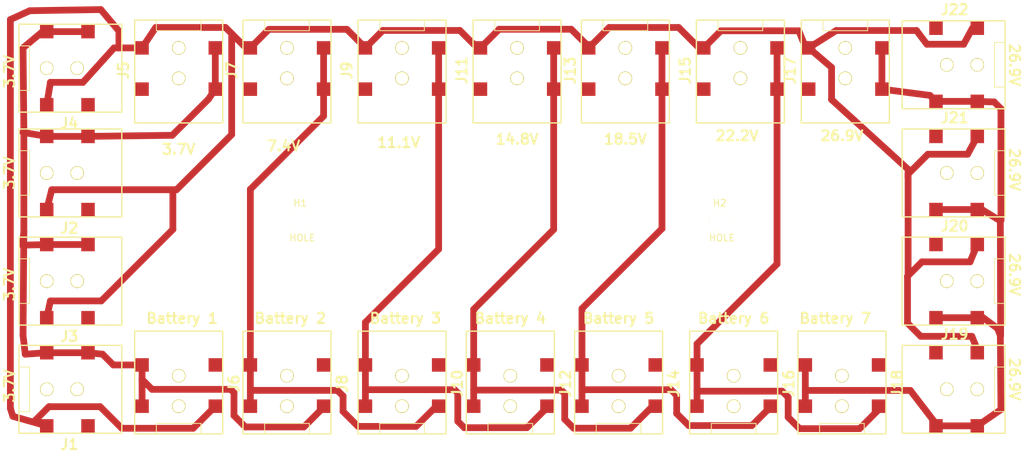
<source format=kicad_pcb>
(kicad_pcb (version 3) (host pcbnew "(2013-08-24 BZR 4298)-stable")

  (general
    (links 58)
    (no_connects 0)
    (area 0 0 0 0)
    (thickness 1.6)
    (drawings 22)
    (tracks 198)
    (zones 0)
    (modules 24)
    (nets 9)
  )

  (page A)
  (layers
    (15 F.Cu signal)
    (0 B.Cu signal)
    (16 B.Adhes user)
    (17 F.Adhes user)
    (18 B.Paste user)
    (19 F.Paste user)
    (20 B.SilkS user)
    (21 F.SilkS user)
    (22 B.Mask user)
    (23 F.Mask user)
    (24 Dwgs.User user)
    (25 Cmts.User user)
    (26 Eco1.User user)
    (27 Eco2.User user)
    (28 Edge.Cuts user)
  )

  (setup
    (last_trace_width 0.25)
    (user_trace_width 0.1)
    (user_trace_width 0.2)
    (user_trace_width 0.25)
    (user_trace_width 0.3)
    (user_trace_width 0.4)
    (user_trace_width 0.5)
    (user_trace_width 0.6)
    (user_trace_width 0.7)
    (user_trace_width 0.8)
    (user_trace_width 0.9)
    (user_trace_width 1)
    (user_trace_width 1.2)
    (trace_clearance 0.1)
    (zone_clearance 1)
    (zone_45_only no)
    (trace_min 0.1)
    (segment_width 0.2)
    (edge_width 0.1)
    (via_size 0.7)
    (via_drill 0.4)
    (via_min_size 0.7)
    (via_min_drill 0.4)
    (uvia_size 0.4)
    (uvia_drill 0.127)
    (uvias_allowed no)
    (uvia_min_size 0.4)
    (uvia_min_drill 0.127)
    (pcb_text_width 0.3)
    (pcb_text_size 1.5 1.5)
    (mod_edge_width 0.15)
    (mod_text_size 1 1)
    (mod_text_width 0.15)
    (pad_size 0.25 0.6)
    (pad_drill 0)
    (pad_to_mask_clearance 0)
    (pad_to_paste_clearance_ratio -0.1)
    (aux_axis_origin 0 0)
    (visible_elements 7FFFFFFF)
    (pcbplotparams
      (layerselection 272400385)
      (usegerberextensions true)
      (excludeedgelayer true)
      (linewidth 0.150000)
      (plotframeref false)
      (viasonmask false)
      (mode 1)
      (useauxorigin false)
      (hpglpennumber 1)
      (hpglpenspeed 20)
      (hpglpendiameter 15)
      (hpglpenoverlay 2)
      (psnegative false)
      (psa4output false)
      (plotreference true)
      (plotvalue true)
      (plotothertext true)
      (plotinvisibletext false)
      (padsonsilk false)
      (subtractmaskfromsilk false)
      (outputformat 1)
      (mirror false)
      (drillshape 0)
      (scaleselection 1)
      (outputdirectory ""))
  )

  (net 0 "")
  (net 1 GND)
  (net 2 VBAT1)
  (net 3 VBAT2)
  (net 4 VBAT3)
  (net 5 VBAT4)
  (net 6 VBAT5)
  (net 7 VBAT6)
  (net 8 VBAT7)

  (net_class Default "This is the default net class."
    (clearance 0.1)
    (trace_width 0.25)
    (via_dia 0.7)
    (via_drill 0.4)
    (uvia_dia 0.4)
    (uvia_drill 0.127)
    (add_net "")
    (add_net GND)
    (add_net VBAT1)
    (add_net VBAT2)
    (add_net VBAT3)
    (add_net VBAT4)
    (add_net VBAT5)
    (add_net VBAT6)
    (add_net VBAT7)
  )

  (module TED_DC_2.1mm_SMT (layer F.Cu) (tedit 52880F9F) (tstamp 5246829E)
    (at 67 109 180)
    (path /52EAEEE5)
    (fp_text reference J3 (at 0.15748 -8.15848 180) (layer F.SilkS)
      (effects (font (thickness 0.3048)))
    )
    (fp_text value DC_2.1MM (at 0.1016 8.49884 180) (layer F.SilkS) hide
      (effects (font (thickness 0.3048)))
    )
    (fp_line (start 7.6 -3.3) (end 6.05 -3.3) (layer F.SilkS) (width 0.127))
    (fp_line (start 6.05 -3.3) (end 6.05 3.3) (layer F.SilkS) (width 0.127))
    (fp_line (start 6.05 3.3) (end 7.575 3.3) (layer F.SilkS) (width 0.127))
    (fp_line (start -7.59968 -6.5024) (end 7.59968 -6.5024) (layer F.SilkS) (width 0.20066))
    (fp_line (start 7.59968 -6.5024) (end 7.59968 6.5024) (layer F.SilkS) (width 0.20066))
    (fp_line (start 7.59968 6.5024) (end -7.59968 6.5024) (layer F.SilkS) (width 0.20066))
    (fp_line (start -7.59968 6.5024) (end -7.59968 -6.5024) (layer F.SilkS) (width 0.20066))
    (pad "" np_thru_hole circle (at -1.00076 0 180) (size 1.99898 1.99898) (drill 1.69926)
      (layers *.Cu *.Mask F.SilkS)
    )
    (pad 1 smd rect (at 3.50012 5.4102 180) (size 1.99898 1.99898)
      (layers F.Cu F.Paste F.Mask)
      (net 2 VBAT1)
    )
    (pad 1 smd rect (at -2.60096 5.4102 180) (size 1.99898 1.99898)
      (layers F.Cu F.Paste F.Mask)
      (net 2 VBAT1)
    )
    (pad 2 smd rect (at 3.50012 -5.41528 180) (size 1.99898 1.99898)
      (layers F.Cu F.Paste F.Mask)
      (net 1 GND)
    )
    (pad 3 smd rect (at -2.60096 -5.41528 180) (size 1.99898 1.99898)
      (layers F.Cu F.Paste F.Mask)
    )
    (pad "" np_thru_hole circle (at 3.50012 0 180) (size 1.99898 1.99898) (drill 1.69926)
      (layers *.Cu *.Mask F.SilkS)
    )
  )

  (module TED_Hole_3.25mm (layer F.Cu) (tedit 52802414) (tstamp 52A1987B)
    (at 101 100)
    (path /52A15919)
    (fp_text reference H1 (at -0.05 -2.55) (layer F.SilkS)
      (effects (font (size 1 1) (thickness 0.15)))
    )
    (fp_text value HOLE (at 0.25 2.6) (layer F.SilkS)
      (effects (font (size 1 1) (thickness 0.15)))
    )
    (pad "" np_thru_hole circle (at 0 0) (size 3.25 3.25) (drill 3.25)
      (layers *.Cu *.Mask F.SilkS)
    )
  )

  (module TED_Hole_3.25mm (layer F.Cu) (tedit 52802414) (tstamp 52A19880)
    (at 163 100)
    (path /52A15896)
    (fp_text reference H2 (at -0.05 -2.55) (layer F.SilkS)
      (effects (font (size 1 1) (thickness 0.15)))
    )
    (fp_text value HOLE (at 0.25 2.6) (layer F.SilkS)
      (effects (font (size 1 1) (thickness 0.15)))
    )
    (pad "" np_thru_hole circle (at 0 0) (size 3.25 3.25) (drill 3.25)
      (layers *.Cu *.Mask F.SilkS)
    )
  )

  (module TED_DC_2.1mm_SMT (layer F.Cu) (tedit 52880F9F) (tstamp 52E8541B)
    (at 67 77.5 180)
    (path /52EAEDEA)
    (fp_text reference J4 (at 0.15748 -8.15848 180) (layer F.SilkS)
      (effects (font (thickness 0.3048)))
    )
    (fp_text value DC_2.1MM (at 0.1016 8.49884 180) (layer F.SilkS) hide
      (effects (font (thickness 0.3048)))
    )
    (fp_line (start 7.6 -3.3) (end 6.05 -3.3) (layer F.SilkS) (width 0.127))
    (fp_line (start 6.05 -3.3) (end 6.05 3.3) (layer F.SilkS) (width 0.127))
    (fp_line (start 6.05 3.3) (end 7.575 3.3) (layer F.SilkS) (width 0.127))
    (fp_line (start -7.59968 -6.5024) (end 7.59968 -6.5024) (layer F.SilkS) (width 0.20066))
    (fp_line (start 7.59968 -6.5024) (end 7.59968 6.5024) (layer F.SilkS) (width 0.20066))
    (fp_line (start 7.59968 6.5024) (end -7.59968 6.5024) (layer F.SilkS) (width 0.20066))
    (fp_line (start -7.59968 6.5024) (end -7.59968 -6.5024) (layer F.SilkS) (width 0.20066))
    (pad "" np_thru_hole circle (at -1.00076 0 180) (size 1.99898 1.99898) (drill 1.69926)
      (layers *.Cu *.Mask F.SilkS)
    )
    (pad 1 smd rect (at 3.50012 5.4102 180) (size 1.99898 1.99898)
      (layers F.Cu F.Paste F.Mask)
      (net 2 VBAT1)
    )
    (pad 1 smd rect (at -2.60096 5.4102 180) (size 1.99898 1.99898)
      (layers F.Cu F.Paste F.Mask)
      (net 2 VBAT1)
    )
    (pad 2 smd rect (at 3.50012 -5.41528 180) (size 1.99898 1.99898)
      (layers F.Cu F.Paste F.Mask)
      (net 1 GND)
    )
    (pad 3 smd rect (at -2.60096 -5.41528 180) (size 1.99898 1.99898)
      (layers F.Cu F.Paste F.Mask)
    )
    (pad "" np_thru_hole circle (at 3.50012 0 180) (size 1.99898 1.99898) (drill 1.69926)
      (layers *.Cu *.Mask F.SilkS)
    )
  )

  (module TED_DC_2.1mm_SMT (layer F.Cu) (tedit 52880F9F) (tstamp 52E8542C)
    (at 83 78 90)
    (path /52EABB01)
    (fp_text reference J5 (at 0.15748 -8.15848 90) (layer F.SilkS)
      (effects (font (thickness 0.3048)))
    )
    (fp_text value DC_2.1MM (at 0.1016 8.49884 90) (layer F.SilkS) hide
      (effects (font (thickness 0.3048)))
    )
    (fp_line (start 7.6 -3.3) (end 6.05 -3.3) (layer F.SilkS) (width 0.127))
    (fp_line (start 6.05 -3.3) (end 6.05 3.3) (layer F.SilkS) (width 0.127))
    (fp_line (start 6.05 3.3) (end 7.575 3.3) (layer F.SilkS) (width 0.127))
    (fp_line (start -7.59968 -6.5024) (end 7.59968 -6.5024) (layer F.SilkS) (width 0.20066))
    (fp_line (start 7.59968 -6.5024) (end 7.59968 6.5024) (layer F.SilkS) (width 0.20066))
    (fp_line (start 7.59968 6.5024) (end -7.59968 6.5024) (layer F.SilkS) (width 0.20066))
    (fp_line (start -7.59968 6.5024) (end -7.59968 -6.5024) (layer F.SilkS) (width 0.20066))
    (pad "" np_thru_hole circle (at -1.00076 0 90) (size 1.99898 1.99898) (drill 1.69926)
      (layers *.Cu *.Mask F.SilkS)
    )
    (pad 1 smd rect (at 3.50012 5.4102 90) (size 1.99898 1.99898)
      (layers F.Cu F.Paste F.Mask)
      (net 2 VBAT1)
    )
    (pad 1 smd rect (at -2.60096 5.4102 90) (size 1.99898 1.99898)
      (layers F.Cu F.Paste F.Mask)
      (net 2 VBAT1)
    )
    (pad 2 smd rect (at 3.50012 -5.41528 90) (size 1.99898 1.99898)
      (layers F.Cu F.Paste F.Mask)
      (net 1 GND)
    )
    (pad 3 smd rect (at -2.60096 -5.41528 90) (size 1.99898 1.99898)
      (layers F.Cu F.Paste F.Mask)
    )
    (pad "" np_thru_hole circle (at 3.50012 0 90) (size 1.99898 1.99898) (drill 1.69926)
      (layers *.Cu *.Mask F.SilkS)
    )
  )

  (module TED_DC_2.1mm_SMT (layer F.Cu) (tedit 52880F9F) (tstamp 52786C89)
    (at 67 93 180)
    (path /52EAEDFB)
    (fp_text reference J2 (at 0.15748 -8.15848 180) (layer F.SilkS)
      (effects (font (thickness 0.3048)))
    )
    (fp_text value DC_2.1MM (at 0.1016 8.49884 180) (layer F.SilkS) hide
      (effects (font (thickness 0.3048)))
    )
    (fp_line (start 7.6 -3.3) (end 6.05 -3.3) (layer F.SilkS) (width 0.127))
    (fp_line (start 6.05 -3.3) (end 6.05 3.3) (layer F.SilkS) (width 0.127))
    (fp_line (start 6.05 3.3) (end 7.575 3.3) (layer F.SilkS) (width 0.127))
    (fp_line (start -7.59968 -6.5024) (end 7.59968 -6.5024) (layer F.SilkS) (width 0.20066))
    (fp_line (start 7.59968 -6.5024) (end 7.59968 6.5024) (layer F.SilkS) (width 0.20066))
    (fp_line (start 7.59968 6.5024) (end -7.59968 6.5024) (layer F.SilkS) (width 0.20066))
    (fp_line (start -7.59968 6.5024) (end -7.59968 -6.5024) (layer F.SilkS) (width 0.20066))
    (pad "" np_thru_hole circle (at -1.00076 0 180) (size 1.99898 1.99898) (drill 1.69926)
      (layers *.Cu *.Mask F.SilkS)
    )
    (pad 1 smd rect (at 3.50012 5.4102 180) (size 1.99898 1.99898)
      (layers F.Cu F.Paste F.Mask)
      (net 2 VBAT1)
    )
    (pad 1 smd rect (at -2.60096 5.4102 180) (size 1.99898 1.99898)
      (layers F.Cu F.Paste F.Mask)
      (net 2 VBAT1)
    )
    (pad 2 smd rect (at 3.50012 -5.41528 180) (size 1.99898 1.99898)
      (layers F.Cu F.Paste F.Mask)
      (net 1 GND)
    )
    (pad 3 smd rect (at -2.60096 -5.41528 180) (size 1.99898 1.99898)
      (layers F.Cu F.Paste F.Mask)
    )
    (pad "" np_thru_hole circle (at 3.50012 0 180) (size 1.99898 1.99898) (drill 1.69926)
      (layers *.Cu *.Mask F.SilkS)
    )
  )

  (module TED_DC_2.1mm_SMT (layer F.Cu) (tedit 52880F9F) (tstamp 52772D86)
    (at 67 125 180)
    (path /52EAEEF6)
    (fp_text reference J1 (at 0.15748 -8.15848 180) (layer F.SilkS)
      (effects (font (thickness 0.3048)))
    )
    (fp_text value DC_2.1MM (at 0.1016 8.49884 180) (layer F.SilkS) hide
      (effects (font (thickness 0.3048)))
    )
    (fp_line (start 7.6 -3.3) (end 6.05 -3.3) (layer F.SilkS) (width 0.127))
    (fp_line (start 6.05 -3.3) (end 6.05 3.3) (layer F.SilkS) (width 0.127))
    (fp_line (start 6.05 3.3) (end 7.575 3.3) (layer F.SilkS) (width 0.127))
    (fp_line (start -7.59968 -6.5024) (end 7.59968 -6.5024) (layer F.SilkS) (width 0.20066))
    (fp_line (start 7.59968 -6.5024) (end 7.59968 6.5024) (layer F.SilkS) (width 0.20066))
    (fp_line (start 7.59968 6.5024) (end -7.59968 6.5024) (layer F.SilkS) (width 0.20066))
    (fp_line (start -7.59968 6.5024) (end -7.59968 -6.5024) (layer F.SilkS) (width 0.20066))
    (pad "" np_thru_hole circle (at -1.00076 0 180) (size 1.99898 1.99898) (drill 1.69926)
      (layers *.Cu *.Mask F.SilkS)
    )
    (pad 1 smd rect (at 3.50012 5.4102 180) (size 1.99898 1.99898)
      (layers F.Cu F.Paste F.Mask)
      (net 2 VBAT1)
    )
    (pad 1 smd rect (at -2.60096 5.4102 180) (size 1.99898 1.99898)
      (layers F.Cu F.Paste F.Mask)
      (net 2 VBAT1)
    )
    (pad 2 smd rect (at 3.50012 -5.41528 180) (size 1.99898 1.99898)
      (layers F.Cu F.Paste F.Mask)
      (net 1 GND)
    )
    (pad 3 smd rect (at -2.60096 -5.41528 180) (size 1.99898 1.99898)
      (layers F.Cu F.Paste F.Mask)
    )
    (pad "" np_thru_hole circle (at 3.50012 0 180) (size 1.99898 1.99898) (drill 1.69926)
      (layers *.Cu *.Mask F.SilkS)
    )
  )

  (module TED_DC_2.1mm_SMT (layer F.Cu) (tedit 52880F9F) (tstamp 52EAF001)
    (at 165 124 270)
    (path /52EAEAEC)
    (fp_text reference J16 (at 0.15748 -8.15848 270) (layer F.SilkS)
      (effects (font (thickness 0.3048)))
    )
    (fp_text value DC_2.1MM (at 0.1016 8.49884 270) (layer F.SilkS) hide
      (effects (font (thickness 0.3048)))
    )
    (fp_line (start 7.6 -3.3) (end 6.05 -3.3) (layer F.SilkS) (width 0.127))
    (fp_line (start 6.05 -3.3) (end 6.05 3.3) (layer F.SilkS) (width 0.127))
    (fp_line (start 6.05 3.3) (end 7.575 3.3) (layer F.SilkS) (width 0.127))
    (fp_line (start -7.59968 -6.5024) (end 7.59968 -6.5024) (layer F.SilkS) (width 0.20066))
    (fp_line (start 7.59968 -6.5024) (end 7.59968 6.5024) (layer F.SilkS) (width 0.20066))
    (fp_line (start 7.59968 6.5024) (end -7.59968 6.5024) (layer F.SilkS) (width 0.20066))
    (fp_line (start -7.59968 6.5024) (end -7.59968 -6.5024) (layer F.SilkS) (width 0.20066))
    (pad "" np_thru_hole circle (at -1.00076 0 270) (size 1.99898 1.99898) (drill 1.69926)
      (layers *.Cu *.Mask F.SilkS)
    )
    (pad 1 smd rect (at 3.50012 5.4102 270) (size 1.99898 1.99898)
      (layers F.Cu F.Paste F.Mask)
      (net 7 VBAT6)
    )
    (pad 1 smd rect (at -2.60096 5.4102 270) (size 1.99898 1.99898)
      (layers F.Cu F.Paste F.Mask)
      (net 7 VBAT6)
    )
    (pad 2 smd rect (at 3.50012 -5.41528 270) (size 1.99898 1.99898)
      (layers F.Cu F.Paste F.Mask)
      (net 6 VBAT5)
    )
    (pad 3 smd rect (at -2.60096 -5.41528 270) (size 1.99898 1.99898)
      (layers F.Cu F.Paste F.Mask)
    )
    (pad "" np_thru_hole circle (at 3.50012 0 270) (size 1.99898 1.99898) (drill 1.69926)
      (layers *.Cu *.Mask F.SilkS)
    )
  )

  (module TED_DC_2.1mm_SMT (layer F.Cu) (tedit 52880F9F) (tstamp 52EAF012)
    (at 197.5 125)
    (path /52EAEF18)
    (fp_text reference J19 (at 0.15748 -8.15848) (layer F.SilkS)
      (effects (font (thickness 0.3048)))
    )
    (fp_text value DC_2.1MM (at 0.1016 8.49884) (layer F.SilkS) hide
      (effects (font (thickness 0.3048)))
    )
    (fp_line (start 7.6 -3.3) (end 6.05 -3.3) (layer F.SilkS) (width 0.127))
    (fp_line (start 6.05 -3.3) (end 6.05 3.3) (layer F.SilkS) (width 0.127))
    (fp_line (start 6.05 3.3) (end 7.575 3.3) (layer F.SilkS) (width 0.127))
    (fp_line (start -7.59968 -6.5024) (end 7.59968 -6.5024) (layer F.SilkS) (width 0.20066))
    (fp_line (start 7.59968 -6.5024) (end 7.59968 6.5024) (layer F.SilkS) (width 0.20066))
    (fp_line (start 7.59968 6.5024) (end -7.59968 6.5024) (layer F.SilkS) (width 0.20066))
    (fp_line (start -7.59968 6.5024) (end -7.59968 -6.5024) (layer F.SilkS) (width 0.20066))
    (pad "" np_thru_hole circle (at -1.00076 0) (size 1.99898 1.99898) (drill 1.69926)
      (layers *.Cu *.Mask F.SilkS)
    )
    (pad 1 smd rect (at 3.50012 5.4102) (size 1.99898 1.99898)
      (layers F.Cu F.Paste F.Mask)
      (net 8 VBAT7)
    )
    (pad 1 smd rect (at -2.60096 5.4102) (size 1.99898 1.99898)
      (layers F.Cu F.Paste F.Mask)
      (net 8 VBAT7)
    )
    (pad 2 smd rect (at 3.50012 -5.41528) (size 1.99898 1.99898)
      (layers F.Cu F.Paste F.Mask)
      (net 1 GND)
    )
    (pad 3 smd rect (at -2.60096 -5.41528) (size 1.99898 1.99898)
      (layers F.Cu F.Paste F.Mask)
    )
    (pad "" np_thru_hole circle (at 3.50012 0) (size 1.99898 1.99898) (drill 1.69926)
      (layers *.Cu *.Mask F.SilkS)
    )
  )

  (module TED_DC_2.1mm_SMT (layer F.Cu) (tedit 52880F9F) (tstamp 52EAF023)
    (at 197.5 109)
    (path /52EAEF07)
    (fp_text reference J20 (at 0.15748 -8.15848) (layer F.SilkS)
      (effects (font (thickness 0.3048)))
    )
    (fp_text value DC_2.1MM (at 0.1016 8.49884) (layer F.SilkS) hide
      (effects (font (thickness 0.3048)))
    )
    (fp_line (start 7.6 -3.3) (end 6.05 -3.3) (layer F.SilkS) (width 0.127))
    (fp_line (start 6.05 -3.3) (end 6.05 3.3) (layer F.SilkS) (width 0.127))
    (fp_line (start 6.05 3.3) (end 7.575 3.3) (layer F.SilkS) (width 0.127))
    (fp_line (start -7.59968 -6.5024) (end 7.59968 -6.5024) (layer F.SilkS) (width 0.20066))
    (fp_line (start 7.59968 -6.5024) (end 7.59968 6.5024) (layer F.SilkS) (width 0.20066))
    (fp_line (start 7.59968 6.5024) (end -7.59968 6.5024) (layer F.SilkS) (width 0.20066))
    (fp_line (start -7.59968 6.5024) (end -7.59968 -6.5024) (layer F.SilkS) (width 0.20066))
    (pad "" np_thru_hole circle (at -1.00076 0) (size 1.99898 1.99898) (drill 1.69926)
      (layers *.Cu *.Mask F.SilkS)
    )
    (pad 1 smd rect (at 3.50012 5.4102) (size 1.99898 1.99898)
      (layers F.Cu F.Paste F.Mask)
      (net 8 VBAT7)
    )
    (pad 1 smd rect (at -2.60096 5.4102) (size 1.99898 1.99898)
      (layers F.Cu F.Paste F.Mask)
      (net 8 VBAT7)
    )
    (pad 2 smd rect (at 3.50012 -5.41528) (size 1.99898 1.99898)
      (layers F.Cu F.Paste F.Mask)
      (net 1 GND)
    )
    (pad 3 smd rect (at -2.60096 -5.41528) (size 1.99898 1.99898)
      (layers F.Cu F.Paste F.Mask)
    )
    (pad "" np_thru_hole circle (at 3.50012 0) (size 1.99898 1.99898) (drill 1.69926)
      (layers *.Cu *.Mask F.SilkS)
    )
  )

  (module TED_DC_2.1mm_SMT (layer F.Cu) (tedit 52880F9F) (tstamp 52EAF034)
    (at 99 78 90)
    (path /52EABB08)
    (fp_text reference J7 (at 0.15748 -8.15848 90) (layer F.SilkS)
      (effects (font (thickness 0.3048)))
    )
    (fp_text value DC_2.1MM (at 0.1016 8.49884 90) (layer F.SilkS) hide
      (effects (font (thickness 0.3048)))
    )
    (fp_line (start 7.6 -3.3) (end 6.05 -3.3) (layer F.SilkS) (width 0.127))
    (fp_line (start 6.05 -3.3) (end 6.05 3.3) (layer F.SilkS) (width 0.127))
    (fp_line (start 6.05 3.3) (end 7.575 3.3) (layer F.SilkS) (width 0.127))
    (fp_line (start -7.59968 -6.5024) (end 7.59968 -6.5024) (layer F.SilkS) (width 0.20066))
    (fp_line (start 7.59968 -6.5024) (end 7.59968 6.5024) (layer F.SilkS) (width 0.20066))
    (fp_line (start 7.59968 6.5024) (end -7.59968 6.5024) (layer F.SilkS) (width 0.20066))
    (fp_line (start -7.59968 6.5024) (end -7.59968 -6.5024) (layer F.SilkS) (width 0.20066))
    (pad "" np_thru_hole circle (at -1.00076 0 90) (size 1.99898 1.99898) (drill 1.69926)
      (layers *.Cu *.Mask F.SilkS)
    )
    (pad 1 smd rect (at 3.50012 5.4102 90) (size 1.99898 1.99898)
      (layers F.Cu F.Paste F.Mask)
      (net 3 VBAT2)
    )
    (pad 1 smd rect (at -2.60096 5.4102 90) (size 1.99898 1.99898)
      (layers F.Cu F.Paste F.Mask)
      (net 3 VBAT2)
    )
    (pad 2 smd rect (at 3.50012 -5.41528 90) (size 1.99898 1.99898)
      (layers F.Cu F.Paste F.Mask)
      (net 1 GND)
    )
    (pad 3 smd rect (at -2.60096 -5.41528 90) (size 1.99898 1.99898)
      (layers F.Cu F.Paste F.Mask)
    )
    (pad "" np_thru_hole circle (at 3.50012 0 90) (size 1.99898 1.99898) (drill 1.69926)
      (layers *.Cu *.Mask F.SilkS)
    )
  )

  (module TED_DC_2.1mm_SMT (layer F.Cu) (tedit 52880F9F) (tstamp 52EAF045)
    (at 197.5 93)
    (path /52EAEE1D)
    (fp_text reference J21 (at 0.15748 -8.15848) (layer F.SilkS)
      (effects (font (thickness 0.3048)))
    )
    (fp_text value DC_2.1MM (at 0.1016 8.49884) (layer F.SilkS) hide
      (effects (font (thickness 0.3048)))
    )
    (fp_line (start 7.6 -3.3) (end 6.05 -3.3) (layer F.SilkS) (width 0.127))
    (fp_line (start 6.05 -3.3) (end 6.05 3.3) (layer F.SilkS) (width 0.127))
    (fp_line (start 6.05 3.3) (end 7.575 3.3) (layer F.SilkS) (width 0.127))
    (fp_line (start -7.59968 -6.5024) (end 7.59968 -6.5024) (layer F.SilkS) (width 0.20066))
    (fp_line (start 7.59968 -6.5024) (end 7.59968 6.5024) (layer F.SilkS) (width 0.20066))
    (fp_line (start 7.59968 6.5024) (end -7.59968 6.5024) (layer F.SilkS) (width 0.20066))
    (fp_line (start -7.59968 6.5024) (end -7.59968 -6.5024) (layer F.SilkS) (width 0.20066))
    (pad "" np_thru_hole circle (at -1.00076 0) (size 1.99898 1.99898) (drill 1.69926)
      (layers *.Cu *.Mask F.SilkS)
    )
    (pad 1 smd rect (at 3.50012 5.4102) (size 1.99898 1.99898)
      (layers F.Cu F.Paste F.Mask)
      (net 8 VBAT7)
    )
    (pad 1 smd rect (at -2.60096 5.4102) (size 1.99898 1.99898)
      (layers F.Cu F.Paste F.Mask)
      (net 8 VBAT7)
    )
    (pad 2 smd rect (at 3.50012 -5.41528) (size 1.99898 1.99898)
      (layers F.Cu F.Paste F.Mask)
      (net 1 GND)
    )
    (pad 3 smd rect (at -2.60096 -5.41528) (size 1.99898 1.99898)
      (layers F.Cu F.Paste F.Mask)
    )
    (pad "" np_thru_hole circle (at 3.50012 0) (size 1.99898 1.99898) (drill 1.69926)
      (layers *.Cu *.Mask F.SilkS)
    )
  )

  (module TED_DC_2.1mm_SMT (layer F.Cu) (tedit 52880F9F) (tstamp 52EAF056)
    (at 197.5 77)
    (path /52EAEE0C)
    (fp_text reference J22 (at 0.15748 -8.15848) (layer F.SilkS)
      (effects (font (thickness 0.3048)))
    )
    (fp_text value DC_2.1MM (at 0.1016 8.49884) (layer F.SilkS) hide
      (effects (font (thickness 0.3048)))
    )
    (fp_line (start 7.6 -3.3) (end 6.05 -3.3) (layer F.SilkS) (width 0.127))
    (fp_line (start 6.05 -3.3) (end 6.05 3.3) (layer F.SilkS) (width 0.127))
    (fp_line (start 6.05 3.3) (end 7.575 3.3) (layer F.SilkS) (width 0.127))
    (fp_line (start -7.59968 -6.5024) (end 7.59968 -6.5024) (layer F.SilkS) (width 0.20066))
    (fp_line (start 7.59968 -6.5024) (end 7.59968 6.5024) (layer F.SilkS) (width 0.20066))
    (fp_line (start 7.59968 6.5024) (end -7.59968 6.5024) (layer F.SilkS) (width 0.20066))
    (fp_line (start -7.59968 6.5024) (end -7.59968 -6.5024) (layer F.SilkS) (width 0.20066))
    (pad "" np_thru_hole circle (at -1.00076 0) (size 1.99898 1.99898) (drill 1.69926)
      (layers *.Cu *.Mask F.SilkS)
    )
    (pad 1 smd rect (at 3.50012 5.4102) (size 1.99898 1.99898)
      (layers F.Cu F.Paste F.Mask)
      (net 8 VBAT7)
    )
    (pad 1 smd rect (at -2.60096 5.4102) (size 1.99898 1.99898)
      (layers F.Cu F.Paste F.Mask)
      (net 8 VBAT7)
    )
    (pad 2 smd rect (at 3.50012 -5.41528) (size 1.99898 1.99898)
      (layers F.Cu F.Paste F.Mask)
      (net 1 GND)
    )
    (pad 3 smd rect (at -2.60096 -5.41528) (size 1.99898 1.99898)
      (layers F.Cu F.Paste F.Mask)
    )
    (pad "" np_thru_hole circle (at 3.50012 0) (size 1.99898 1.99898) (drill 1.69926)
      (layers *.Cu *.Mask F.SilkS)
    )
  )

  (module TED_DC_2.1mm_SMT (layer F.Cu) (tedit 52880F9F) (tstamp 52EAF067)
    (at 83 124 270)
    (path /52EAEAA1)
    (fp_text reference J6 (at 0.15748 -8.15848 270) (layer F.SilkS)
      (effects (font (thickness 0.3048)))
    )
    (fp_text value DC_2.1MM (at 0.1016 8.49884 270) (layer F.SilkS) hide
      (effects (font (thickness 0.3048)))
    )
    (fp_line (start 7.6 -3.3) (end 6.05 -3.3) (layer F.SilkS) (width 0.127))
    (fp_line (start 6.05 -3.3) (end 6.05 3.3) (layer F.SilkS) (width 0.127))
    (fp_line (start 6.05 3.3) (end 7.575 3.3) (layer F.SilkS) (width 0.127))
    (fp_line (start -7.59968 -6.5024) (end 7.59968 -6.5024) (layer F.SilkS) (width 0.20066))
    (fp_line (start 7.59968 -6.5024) (end 7.59968 6.5024) (layer F.SilkS) (width 0.20066))
    (fp_line (start 7.59968 6.5024) (end -7.59968 6.5024) (layer F.SilkS) (width 0.20066))
    (fp_line (start -7.59968 6.5024) (end -7.59968 -6.5024) (layer F.SilkS) (width 0.20066))
    (pad "" np_thru_hole circle (at -1.00076 0 270) (size 1.99898 1.99898) (drill 1.69926)
      (layers *.Cu *.Mask F.SilkS)
    )
    (pad 1 smd rect (at 3.50012 5.4102 270) (size 1.99898 1.99898)
      (layers F.Cu F.Paste F.Mask)
      (net 2 VBAT1)
    )
    (pad 1 smd rect (at -2.60096 5.4102 270) (size 1.99898 1.99898)
      (layers F.Cu F.Paste F.Mask)
      (net 2 VBAT1)
    )
    (pad 2 smd rect (at 3.50012 -5.41528 270) (size 1.99898 1.99898)
      (layers F.Cu F.Paste F.Mask)
      (net 1 GND)
    )
    (pad 3 smd rect (at -2.60096 -5.41528 270) (size 1.99898 1.99898)
      (layers F.Cu F.Paste F.Mask)
    )
    (pad "" np_thru_hole circle (at 3.50012 0 270) (size 1.99898 1.99898) (drill 1.69926)
      (layers *.Cu *.Mask F.SilkS)
    )
  )

  (module TED_DC_2.1mm_SMT (layer F.Cu) (tedit 52880F9F) (tstamp 52EAF078)
    (at 99 124 270)
    (path /52EAEAA8)
    (fp_text reference J8 (at 0.15748 -8.15848 270) (layer F.SilkS)
      (effects (font (thickness 0.3048)))
    )
    (fp_text value DC_2.1MM (at 0.1016 8.49884 270) (layer F.SilkS) hide
      (effects (font (thickness 0.3048)))
    )
    (fp_line (start 7.6 -3.3) (end 6.05 -3.3) (layer F.SilkS) (width 0.127))
    (fp_line (start 6.05 -3.3) (end 6.05 3.3) (layer F.SilkS) (width 0.127))
    (fp_line (start 6.05 3.3) (end 7.575 3.3) (layer F.SilkS) (width 0.127))
    (fp_line (start -7.59968 -6.5024) (end 7.59968 -6.5024) (layer F.SilkS) (width 0.20066))
    (fp_line (start 7.59968 -6.5024) (end 7.59968 6.5024) (layer F.SilkS) (width 0.20066))
    (fp_line (start 7.59968 6.5024) (end -7.59968 6.5024) (layer F.SilkS) (width 0.20066))
    (fp_line (start -7.59968 6.5024) (end -7.59968 -6.5024) (layer F.SilkS) (width 0.20066))
    (pad "" np_thru_hole circle (at -1.00076 0 270) (size 1.99898 1.99898) (drill 1.69926)
      (layers *.Cu *.Mask F.SilkS)
    )
    (pad 1 smd rect (at 3.50012 5.4102 270) (size 1.99898 1.99898)
      (layers F.Cu F.Paste F.Mask)
      (net 3 VBAT2)
    )
    (pad 1 smd rect (at -2.60096 5.4102 270) (size 1.99898 1.99898)
      (layers F.Cu F.Paste F.Mask)
      (net 3 VBAT2)
    )
    (pad 2 smd rect (at 3.50012 -5.41528 270) (size 1.99898 1.99898)
      (layers F.Cu F.Paste F.Mask)
      (net 2 VBAT1)
    )
    (pad 3 smd rect (at -2.60096 -5.41528 270) (size 1.99898 1.99898)
      (layers F.Cu F.Paste F.Mask)
    )
    (pad "" np_thru_hole circle (at 3.50012 0 270) (size 1.99898 1.99898) (drill 1.69926)
      (layers *.Cu *.Mask F.SilkS)
    )
  )

  (module TED_DC_2.1mm_SMT (layer F.Cu) (tedit 52880F9F) (tstamp 52EAF089)
    (at 181 124 270)
    (path /52EAEAF3)
    (fp_text reference J18 (at 0.15748 -8.15848 270) (layer F.SilkS)
      (effects (font (thickness 0.3048)))
    )
    (fp_text value DC_2.1MM (at 0.1016 8.49884 270) (layer F.SilkS) hide
      (effects (font (thickness 0.3048)))
    )
    (fp_line (start 7.6 -3.3) (end 6.05 -3.3) (layer F.SilkS) (width 0.127))
    (fp_line (start 6.05 -3.3) (end 6.05 3.3) (layer F.SilkS) (width 0.127))
    (fp_line (start 6.05 3.3) (end 7.575 3.3) (layer F.SilkS) (width 0.127))
    (fp_line (start -7.59968 -6.5024) (end 7.59968 -6.5024) (layer F.SilkS) (width 0.20066))
    (fp_line (start 7.59968 -6.5024) (end 7.59968 6.5024) (layer F.SilkS) (width 0.20066))
    (fp_line (start 7.59968 6.5024) (end -7.59968 6.5024) (layer F.SilkS) (width 0.20066))
    (fp_line (start -7.59968 6.5024) (end -7.59968 -6.5024) (layer F.SilkS) (width 0.20066))
    (pad "" np_thru_hole circle (at -1.00076 0 270) (size 1.99898 1.99898) (drill 1.69926)
      (layers *.Cu *.Mask F.SilkS)
    )
    (pad 1 smd rect (at 3.50012 5.4102 270) (size 1.99898 1.99898)
      (layers F.Cu F.Paste F.Mask)
      (net 8 VBAT7)
    )
    (pad 1 smd rect (at -2.60096 5.4102 270) (size 1.99898 1.99898)
      (layers F.Cu F.Paste F.Mask)
      (net 8 VBAT7)
    )
    (pad 2 smd rect (at 3.50012 -5.41528 270) (size 1.99898 1.99898)
      (layers F.Cu F.Paste F.Mask)
      (net 7 VBAT6)
    )
    (pad 3 smd rect (at -2.60096 -5.41528 270) (size 1.99898 1.99898)
      (layers F.Cu F.Paste F.Mask)
    )
    (pad "" np_thru_hole circle (at 3.50012 0 270) (size 1.99898 1.99898) (drill 1.69926)
      (layers *.Cu *.Mask F.SilkS)
    )
  )

  (module TED_DC_2.1mm_SMT (layer F.Cu) (tedit 52880F9F) (tstamp 52EAF09A)
    (at 149 78 90)
    (path /52EAEA67)
    (fp_text reference J13 (at 0.15748 -8.15848 90) (layer F.SilkS)
      (effects (font (thickness 0.3048)))
    )
    (fp_text value DC_2.1MM (at 0.1016 8.49884 90) (layer F.SilkS) hide
      (effects (font (thickness 0.3048)))
    )
    (fp_line (start 7.6 -3.3) (end 6.05 -3.3) (layer F.SilkS) (width 0.127))
    (fp_line (start 6.05 -3.3) (end 6.05 3.3) (layer F.SilkS) (width 0.127))
    (fp_line (start 6.05 3.3) (end 7.575 3.3) (layer F.SilkS) (width 0.127))
    (fp_line (start -7.59968 -6.5024) (end 7.59968 -6.5024) (layer F.SilkS) (width 0.20066))
    (fp_line (start 7.59968 -6.5024) (end 7.59968 6.5024) (layer F.SilkS) (width 0.20066))
    (fp_line (start 7.59968 6.5024) (end -7.59968 6.5024) (layer F.SilkS) (width 0.20066))
    (fp_line (start -7.59968 6.5024) (end -7.59968 -6.5024) (layer F.SilkS) (width 0.20066))
    (pad "" np_thru_hole circle (at -1.00076 0 90) (size 1.99898 1.99898) (drill 1.69926)
      (layers *.Cu *.Mask F.SilkS)
    )
    (pad 1 smd rect (at 3.50012 5.4102 90) (size 1.99898 1.99898)
      (layers F.Cu F.Paste F.Mask)
      (net 6 VBAT5)
    )
    (pad 1 smd rect (at -2.60096 5.4102 90) (size 1.99898 1.99898)
      (layers F.Cu F.Paste F.Mask)
      (net 6 VBAT5)
    )
    (pad 2 smd rect (at 3.50012 -5.41528 90) (size 1.99898 1.99898)
      (layers F.Cu F.Paste F.Mask)
      (net 1 GND)
    )
    (pad 3 smd rect (at -2.60096 -5.41528 90) (size 1.99898 1.99898)
      (layers F.Cu F.Paste F.Mask)
    )
    (pad "" np_thru_hole circle (at 3.50012 0 90) (size 1.99898 1.99898) (drill 1.69926)
      (layers *.Cu *.Mask F.SilkS)
    )
  )

  (module TED_DC_2.1mm_SMT (layer F.Cu) (tedit 52880F9F) (tstamp 52EAF0AB)
    (at 148 124 270)
    (path /52EAEAE5)
    (fp_text reference J14 (at 0.15748 -8.15848 270) (layer F.SilkS)
      (effects (font (thickness 0.3048)))
    )
    (fp_text value DC_2.1MM (at 0.1016 8.49884 270) (layer F.SilkS) hide
      (effects (font (thickness 0.3048)))
    )
    (fp_line (start 7.6 -3.3) (end 6.05 -3.3) (layer F.SilkS) (width 0.127))
    (fp_line (start 6.05 -3.3) (end 6.05 3.3) (layer F.SilkS) (width 0.127))
    (fp_line (start 6.05 3.3) (end 7.575 3.3) (layer F.SilkS) (width 0.127))
    (fp_line (start -7.59968 -6.5024) (end 7.59968 -6.5024) (layer F.SilkS) (width 0.20066))
    (fp_line (start 7.59968 -6.5024) (end 7.59968 6.5024) (layer F.SilkS) (width 0.20066))
    (fp_line (start 7.59968 6.5024) (end -7.59968 6.5024) (layer F.SilkS) (width 0.20066))
    (fp_line (start -7.59968 6.5024) (end -7.59968 -6.5024) (layer F.SilkS) (width 0.20066))
    (pad "" np_thru_hole circle (at -1.00076 0 270) (size 1.99898 1.99898) (drill 1.69926)
      (layers *.Cu *.Mask F.SilkS)
    )
    (pad 1 smd rect (at 3.50012 5.4102 270) (size 1.99898 1.99898)
      (layers F.Cu F.Paste F.Mask)
      (net 6 VBAT5)
    )
    (pad 1 smd rect (at -2.60096 5.4102 270) (size 1.99898 1.99898)
      (layers F.Cu F.Paste F.Mask)
      (net 6 VBAT5)
    )
    (pad 2 smd rect (at 3.50012 -5.41528 270) (size 1.99898 1.99898)
      (layers F.Cu F.Paste F.Mask)
      (net 5 VBAT4)
    )
    (pad 3 smd rect (at -2.60096 -5.41528 270) (size 1.99898 1.99898)
      (layers F.Cu F.Paste F.Mask)
    )
    (pad "" np_thru_hole circle (at 3.50012 0 270) (size 1.99898 1.99898) (drill 1.69926)
      (layers *.Cu *.Mask F.SilkS)
    )
  )

  (module TED_DC_2.1mm_SMT (layer F.Cu) (tedit 52880F9F) (tstamp 52EAF0BC)
    (at 132 124 270)
    (path /52EAEAB6)
    (fp_text reference J12 (at 0.15748 -8.15848 270) (layer F.SilkS)
      (effects (font (thickness 0.3048)))
    )
    (fp_text value DC_2.1MM (at 0.1016 8.49884 270) (layer F.SilkS) hide
      (effects (font (thickness 0.3048)))
    )
    (fp_line (start 7.6 -3.3) (end 6.05 -3.3) (layer F.SilkS) (width 0.127))
    (fp_line (start 6.05 -3.3) (end 6.05 3.3) (layer F.SilkS) (width 0.127))
    (fp_line (start 6.05 3.3) (end 7.575 3.3) (layer F.SilkS) (width 0.127))
    (fp_line (start -7.59968 -6.5024) (end 7.59968 -6.5024) (layer F.SilkS) (width 0.20066))
    (fp_line (start 7.59968 -6.5024) (end 7.59968 6.5024) (layer F.SilkS) (width 0.20066))
    (fp_line (start 7.59968 6.5024) (end -7.59968 6.5024) (layer F.SilkS) (width 0.20066))
    (fp_line (start -7.59968 6.5024) (end -7.59968 -6.5024) (layer F.SilkS) (width 0.20066))
    (pad "" np_thru_hole circle (at -1.00076 0 270) (size 1.99898 1.99898) (drill 1.69926)
      (layers *.Cu *.Mask F.SilkS)
    )
    (pad 1 smd rect (at 3.50012 5.4102 270) (size 1.99898 1.99898)
      (layers F.Cu F.Paste F.Mask)
      (net 5 VBAT4)
    )
    (pad 1 smd rect (at -2.60096 5.4102 270) (size 1.99898 1.99898)
      (layers F.Cu F.Paste F.Mask)
      (net 5 VBAT4)
    )
    (pad 2 smd rect (at 3.50012 -5.41528 270) (size 1.99898 1.99898)
      (layers F.Cu F.Paste F.Mask)
      (net 4 VBAT3)
    )
    (pad 3 smd rect (at -2.60096 -5.41528 270) (size 1.99898 1.99898)
      (layers F.Cu F.Paste F.Mask)
    )
    (pad "" np_thru_hole circle (at 3.50012 0 270) (size 1.99898 1.99898) (drill 1.69926)
      (layers *.Cu *.Mask F.SilkS)
    )
  )

  (module TED_DC_2.1mm_SMT (layer F.Cu) (tedit 52880F9F) (tstamp 52EAF0CD)
    (at 133 78 90)
    (path /52EABB16)
    (fp_text reference J11 (at 0.15748 -8.15848 90) (layer F.SilkS)
      (effects (font (thickness 0.3048)))
    )
    (fp_text value DC_2.1MM (at 0.1016 8.49884 90) (layer F.SilkS) hide
      (effects (font (thickness 0.3048)))
    )
    (fp_line (start 7.6 -3.3) (end 6.05 -3.3) (layer F.SilkS) (width 0.127))
    (fp_line (start 6.05 -3.3) (end 6.05 3.3) (layer F.SilkS) (width 0.127))
    (fp_line (start 6.05 3.3) (end 7.575 3.3) (layer F.SilkS) (width 0.127))
    (fp_line (start -7.59968 -6.5024) (end 7.59968 -6.5024) (layer F.SilkS) (width 0.20066))
    (fp_line (start 7.59968 -6.5024) (end 7.59968 6.5024) (layer F.SilkS) (width 0.20066))
    (fp_line (start 7.59968 6.5024) (end -7.59968 6.5024) (layer F.SilkS) (width 0.20066))
    (fp_line (start -7.59968 6.5024) (end -7.59968 -6.5024) (layer F.SilkS) (width 0.20066))
    (pad "" np_thru_hole circle (at -1.00076 0 90) (size 1.99898 1.99898) (drill 1.69926)
      (layers *.Cu *.Mask F.SilkS)
    )
    (pad 1 smd rect (at 3.50012 5.4102 90) (size 1.99898 1.99898)
      (layers F.Cu F.Paste F.Mask)
      (net 5 VBAT4)
    )
    (pad 1 smd rect (at -2.60096 5.4102 90) (size 1.99898 1.99898)
      (layers F.Cu F.Paste F.Mask)
      (net 5 VBAT4)
    )
    (pad 2 smd rect (at 3.50012 -5.41528 90) (size 1.99898 1.99898)
      (layers F.Cu F.Paste F.Mask)
      (net 1 GND)
    )
    (pad 3 smd rect (at -2.60096 -5.41528 90) (size 1.99898 1.99898)
      (layers F.Cu F.Paste F.Mask)
    )
    (pad "" np_thru_hole circle (at 3.50012 0 90) (size 1.99898 1.99898) (drill 1.69926)
      (layers *.Cu *.Mask F.SilkS)
    )
  )

  (module TED_DC_2.1mm_SMT (layer F.Cu) (tedit 52880F9F) (tstamp 52EAF0DE)
    (at 116 124 270)
    (path /52EAEAAF)
    (fp_text reference J10 (at 0.15748 -8.15848 270) (layer F.SilkS)
      (effects (font (thickness 0.3048)))
    )
    (fp_text value DC_2.1MM (at 0.1016 8.49884 270) (layer F.SilkS) hide
      (effects (font (thickness 0.3048)))
    )
    (fp_line (start 7.6 -3.3) (end 6.05 -3.3) (layer F.SilkS) (width 0.127))
    (fp_line (start 6.05 -3.3) (end 6.05 3.3) (layer F.SilkS) (width 0.127))
    (fp_line (start 6.05 3.3) (end 7.575 3.3) (layer F.SilkS) (width 0.127))
    (fp_line (start -7.59968 -6.5024) (end 7.59968 -6.5024) (layer F.SilkS) (width 0.20066))
    (fp_line (start 7.59968 -6.5024) (end 7.59968 6.5024) (layer F.SilkS) (width 0.20066))
    (fp_line (start 7.59968 6.5024) (end -7.59968 6.5024) (layer F.SilkS) (width 0.20066))
    (fp_line (start -7.59968 6.5024) (end -7.59968 -6.5024) (layer F.SilkS) (width 0.20066))
    (pad "" np_thru_hole circle (at -1.00076 0 270) (size 1.99898 1.99898) (drill 1.69926)
      (layers *.Cu *.Mask F.SilkS)
    )
    (pad 1 smd rect (at 3.50012 5.4102 270) (size 1.99898 1.99898)
      (layers F.Cu F.Paste F.Mask)
      (net 4 VBAT3)
    )
    (pad 1 smd rect (at -2.60096 5.4102 270) (size 1.99898 1.99898)
      (layers F.Cu F.Paste F.Mask)
      (net 4 VBAT3)
    )
    (pad 2 smd rect (at 3.50012 -5.41528 270) (size 1.99898 1.99898)
      (layers F.Cu F.Paste F.Mask)
      (net 3 VBAT2)
    )
    (pad 3 smd rect (at -2.60096 -5.41528 270) (size 1.99898 1.99898)
      (layers F.Cu F.Paste F.Mask)
    )
    (pad "" np_thru_hole circle (at 3.50012 0 270) (size 1.99898 1.99898) (drill 1.69926)
      (layers *.Cu *.Mask F.SilkS)
    )
  )

  (module TED_DC_2.1mm_SMT (layer F.Cu) (tedit 52880F9F) (tstamp 52EAF0EF)
    (at 116 78 90)
    (path /52EABB0F)
    (fp_text reference J9 (at 0.15748 -8.15848 90) (layer F.SilkS)
      (effects (font (thickness 0.3048)))
    )
    (fp_text value DC_2.1MM (at 0.1016 8.49884 90) (layer F.SilkS) hide
      (effects (font (thickness 0.3048)))
    )
    (fp_line (start 7.6 -3.3) (end 6.05 -3.3) (layer F.SilkS) (width 0.127))
    (fp_line (start 6.05 -3.3) (end 6.05 3.3) (layer F.SilkS) (width 0.127))
    (fp_line (start 6.05 3.3) (end 7.575 3.3) (layer F.SilkS) (width 0.127))
    (fp_line (start -7.59968 -6.5024) (end 7.59968 -6.5024) (layer F.SilkS) (width 0.20066))
    (fp_line (start 7.59968 -6.5024) (end 7.59968 6.5024) (layer F.SilkS) (width 0.20066))
    (fp_line (start 7.59968 6.5024) (end -7.59968 6.5024) (layer F.SilkS) (width 0.20066))
    (fp_line (start -7.59968 6.5024) (end -7.59968 -6.5024) (layer F.SilkS) (width 0.20066))
    (pad "" np_thru_hole circle (at -1.00076 0 90) (size 1.99898 1.99898) (drill 1.69926)
      (layers *.Cu *.Mask F.SilkS)
    )
    (pad 1 smd rect (at 3.50012 5.4102 90) (size 1.99898 1.99898)
      (layers F.Cu F.Paste F.Mask)
      (net 4 VBAT3)
    )
    (pad 1 smd rect (at -2.60096 5.4102 90) (size 1.99898 1.99898)
      (layers F.Cu F.Paste F.Mask)
      (net 4 VBAT3)
    )
    (pad 2 smd rect (at 3.50012 -5.41528 90) (size 1.99898 1.99898)
      (layers F.Cu F.Paste F.Mask)
      (net 1 GND)
    )
    (pad 3 smd rect (at -2.60096 -5.41528 90) (size 1.99898 1.99898)
      (layers F.Cu F.Paste F.Mask)
    )
    (pad "" np_thru_hole circle (at 3.50012 0 90) (size 1.99898 1.99898) (drill 1.69926)
      (layers *.Cu *.Mask F.SilkS)
    )
  )

  (module TED_DC_2.1mm_SMT (layer F.Cu) (tedit 52880F9F) (tstamp 52EAF100)
    (at 181.5 78 90)
    (path /52EAEA75)
    (fp_text reference J17 (at 0.15748 -8.15848 90) (layer F.SilkS)
      (effects (font (thickness 0.3048)))
    )
    (fp_text value DC_2.1MM (at 0.1016 8.49884 90) (layer F.SilkS) hide
      (effects (font (thickness 0.3048)))
    )
    (fp_line (start 7.6 -3.3) (end 6.05 -3.3) (layer F.SilkS) (width 0.127))
    (fp_line (start 6.05 -3.3) (end 6.05 3.3) (layer F.SilkS) (width 0.127))
    (fp_line (start 6.05 3.3) (end 7.575 3.3) (layer F.SilkS) (width 0.127))
    (fp_line (start -7.59968 -6.5024) (end 7.59968 -6.5024) (layer F.SilkS) (width 0.20066))
    (fp_line (start 7.59968 -6.5024) (end 7.59968 6.5024) (layer F.SilkS) (width 0.20066))
    (fp_line (start 7.59968 6.5024) (end -7.59968 6.5024) (layer F.SilkS) (width 0.20066))
    (fp_line (start -7.59968 6.5024) (end -7.59968 -6.5024) (layer F.SilkS) (width 0.20066))
    (pad "" np_thru_hole circle (at -1.00076 0 90) (size 1.99898 1.99898) (drill 1.69926)
      (layers *.Cu *.Mask F.SilkS)
    )
    (pad 1 smd rect (at 3.50012 5.4102 90) (size 1.99898 1.99898)
      (layers F.Cu F.Paste F.Mask)
      (net 8 VBAT7)
    )
    (pad 1 smd rect (at -2.60096 5.4102 90) (size 1.99898 1.99898)
      (layers F.Cu F.Paste F.Mask)
      (net 8 VBAT7)
    )
    (pad 2 smd rect (at 3.50012 -5.41528 90) (size 1.99898 1.99898)
      (layers F.Cu F.Paste F.Mask)
      (net 1 GND)
    )
    (pad 3 smd rect (at -2.60096 -5.41528 90) (size 1.99898 1.99898)
      (layers F.Cu F.Paste F.Mask)
    )
    (pad "" np_thru_hole circle (at 3.50012 0 90) (size 1.99898 1.99898) (drill 1.69926)
      (layers *.Cu *.Mask F.SilkS)
    )
  )

  (module TED_DC_2.1mm_SMT (layer F.Cu) (tedit 52880F9F) (tstamp 52EAF111)
    (at 166 78 90)
    (path /52EAEA6E)
    (fp_text reference J15 (at 0.15748 -8.15848 90) (layer F.SilkS)
      (effects (font (thickness 0.3048)))
    )
    (fp_text value DC_2.1MM (at 0.1016 8.49884 90) (layer F.SilkS) hide
      (effects (font (thickness 0.3048)))
    )
    (fp_line (start 7.6 -3.3) (end 6.05 -3.3) (layer F.SilkS) (width 0.127))
    (fp_line (start 6.05 -3.3) (end 6.05 3.3) (layer F.SilkS) (width 0.127))
    (fp_line (start 6.05 3.3) (end 7.575 3.3) (layer F.SilkS) (width 0.127))
    (fp_line (start -7.59968 -6.5024) (end 7.59968 -6.5024) (layer F.SilkS) (width 0.20066))
    (fp_line (start 7.59968 -6.5024) (end 7.59968 6.5024) (layer F.SilkS) (width 0.20066))
    (fp_line (start 7.59968 6.5024) (end -7.59968 6.5024) (layer F.SilkS) (width 0.20066))
    (fp_line (start -7.59968 6.5024) (end -7.59968 -6.5024) (layer F.SilkS) (width 0.20066))
    (pad "" np_thru_hole circle (at -1.00076 0 90) (size 1.99898 1.99898) (drill 1.69926)
      (layers *.Cu *.Mask F.SilkS)
    )
    (pad 1 smd rect (at 3.50012 5.4102 90) (size 1.99898 1.99898)
      (layers F.Cu F.Paste F.Mask)
      (net 7 VBAT6)
    )
    (pad 1 smd rect (at -2.60096 5.4102 90) (size 1.99898 1.99898)
      (layers F.Cu F.Paste F.Mask)
      (net 7 VBAT6)
    )
    (pad 2 smd rect (at 3.50012 -5.41528 90) (size 1.99898 1.99898)
      (layers F.Cu F.Paste F.Mask)
      (net 1 GND)
    )
    (pad 3 smd rect (at -2.60096 -5.41528 90) (size 1.99898 1.99898)
      (layers F.Cu F.Paste F.Mask)
    )
    (pad "" np_thru_hole circle (at 3.50012 0 90) (size 1.99898 1.99898) (drill 1.69926)
      (layers *.Cu *.Mask F.SilkS)
    )
  )

  (gr_text "Battery 7" (at 180 114.5) (layer F.SilkS) (tstamp 52ED925A)
    (effects (font (size 1.5 1.5) (thickness 0.3)))
  )
  (gr_text "Battery 6" (at 165 114.5) (layer F.SilkS) (tstamp 52ED9255)
    (effects (font (size 1.5 1.5) (thickness 0.3)))
  )
  (gr_text "Battery 5" (at 148 114.5) (layer F.SilkS) (tstamp 52ED9250)
    (effects (font (size 1.5 1.5) (thickness 0.3)))
  )
  (gr_text "Battery 4" (at 132 114.5) (layer F.SilkS) (tstamp 52ED924C)
    (effects (font (size 1.5 1.5) (thickness 0.3)))
  )
  (gr_text 3.7V (at 58 124.5 90) (layer F.SilkS) (tstamp 52ED9231)
    (effects (font (size 1.5 1.5) (thickness 0.3)))
  )
  (gr_text 3.7V (at 58 109.5 90) (layer F.SilkS) (tstamp 52ED922B)
    (effects (font (size 1.5 1.5) (thickness 0.3)))
  )
  (gr_text 3.7V (at 58 93 90) (layer F.SilkS) (tstamp 52ED9228)
    (effects (font (size 1.5 1.5) (thickness 0.3)))
  )
  (gr_text 26.9V (at 206.5 123.5 270) (layer F.SilkS) (tstamp 52ED9215)
    (effects (font (size 1.5 1.5) (thickness 0.3)))
  )
  (gr_text 26.9V (at 206.5 108 270) (layer F.SilkS) (tstamp 52ED920F)
    (effects (font (size 1.5 1.5) (thickness 0.3)))
  )
  (gr_text 26.9V (at 206.5 92.5 270) (layer F.SilkS) (tstamp 52ED920B)
    (effects (font (size 1.5 1.5) (thickness 0.3)))
  )
  (gr_text 26.9V (at 206.5 77 270) (layer F.SilkS)
    (effects (font (size 1.5 1.5) (thickness 0.3)))
  )
  (gr_text 26.9V (at 181 87.5) (layer F.SilkS)
    (effects (font (size 1.5 1.5) (thickness 0.3)))
  )
  (gr_text 22.2V (at 165.5 87.5) (layer F.SilkS)
    (effects (font (size 1.5 1.5) (thickness 0.3)))
  )
  (gr_text 18.5V (at 149 88) (layer F.SilkS)
    (effects (font (size 1.5 1.5) (thickness 0.3)))
  )
  (gr_text 14.8V (at 133 88) (layer F.SilkS)
    (effects (font (size 1.5 1.5) (thickness 0.3)))
  )
  (gr_text 11.1V (at 115.5 88.5) (layer F.SilkS)
    (effects (font (size 1.5 1.5) (thickness 0.3)))
  )
  (gr_text 7.4V (at 98.5 89) (layer F.SilkS)
    (effects (font (size 1.5 1.5) (thickness 0.3)))
  )
  (gr_text 3.7V (at 83 89.5) (layer F.SilkS)
    (effects (font (size 1.5 1.5) (thickness 0.3)))
  )
  (gr_text "Battery 3" (at 116.5 114.5) (layer F.SilkS)
    (effects (font (size 1.5 1.5) (thickness 0.3)))
  )
  (gr_text "Battery 2" (at 99.5 114.5) (layer F.SilkS)
    (effects (font (size 1.5 1.5) (thickness 0.3)))
  )
  (gr_text "Battery 1" (at 83.5 114.5) (layer F.SilkS)
    (effects (font (size 1.5 1.5) (thickness 0.3)))
  )
  (gr_text 3.7V (at 58 78 90) (layer F.SilkS)
    (effects (font (size 1.5 1.5) (thickness 0.3)))
  )

  (segment (start 58.5 129) (end 63.49988 130.41528) (width 1) (layer F.Cu) (net 1) (tstamp 52EC0760) (status 20))
  (segment (start 58.13 127.83) (end 58.5 129) (width 1) (layer F.Cu) (net 1) (tstamp 52EC075F))
  (segment (start 58.13 70.31) (end 58.13 127.83) (width 1) (layer F.Cu) (net 1) (tstamp 52EC075C))
  (segment (start 61 69) (end 58.13 70.31) (width 1) (layer F.Cu) (net 1) (tstamp 52EC075B))
  (segment (start 71.49 68.83) (end 61 69) (width 1) (layer F.Cu) (net 1) (tstamp 52EC075A))
  (segment (start 74.17 72.01) (end 71.49 68.83) (width 1) (layer F.Cu) (net 1) (tstamp 52EC0759))
  (segment (start 64.04516 111.93) (end 63.49988 114.41528) (width 1) (layer F.Cu) (net 1) (tstamp 52EC06C6) (status 20))
  (segment (start 71.56 111.93) (end 64.04516 111.93) (width 1) (layer F.Cu) (net 1) (tstamp 52EC06C4))
  (segment (start 64.24516 95.48) (end 63.49988 98.41528) (width 1) (layer F.Cu) (net 1) (tstamp 52EC06BE) (status 20))
  (segment (start 82.14 95.48) (end 64.24516 95.48) (width 1) (layer F.Cu) (net 1) (tstamp 52EC06C0))
  (segment (start 63.49988 130.41528) (end 61.84988 129.55012) (width 1) (layer F.Cu) (net 1) (status 10))
  (segment (start 61.84988 129.55012) (end 63.83 127.57) (width 1) (layer F.Cu) (net 1) (tstamp 52EAF70E))
  (segment (start 63.83 127.57) (end 71.39 127.57) (width 1) (layer F.Cu) (net 1) (tstamp 52EAF70F))
  (segment (start 74.17 74.49988) (end 74.17 72.01) (width 1) (layer F.Cu) (net 1))
  (segment (start 82.14 95.48) (end 82.14 101.35) (width 1) (layer F.Cu) (net 1))
  (segment (start 82.14 101.35) (end 71.56 111.93) (width 1) (layer F.Cu) (net 1) (tstamp 52EC06C2))
  (segment (start 90.83 72.39) (end 90.83 87.33) (width 1) (layer F.Cu) (net 1))
  (segment (start 82.68 95.48) (end 82.14 95.48) (width 1) (layer F.Cu) (net 1) (tstamp 52EC06BA))
  (segment (start 90.83 87.33) (end 82.68 95.48) (width 1) (layer F.Cu) (net 1) (tstamp 52EC06B5))
  (segment (start 190.78 93.61) (end 190.78 92.46) (width 1) (layer F.Cu) (net 1))
  (segment (start 179.47 77.38516) (end 176.08472 74.49988) (width 1) (layer F.Cu) (net 1) (tstamp 52EC06A0) (status 20))
  (segment (start 179.47 82.15) (end 179.47 77.38516) (width 1) (layer F.Cu) (net 1) (tstamp 52EC069E))
  (segment (start 190.78 92.46) (end 179.47 82.15) (width 1) (layer F.Cu) (net 1) (tstamp 52EC069D))
  (segment (start 190.78 108.19) (end 190.78 93.61) (width 1) (layer F.Cu) (net 1))
  (segment (start 190.78 93.61) (end 190.78 93.16) (width 1) (layer F.Cu) (net 1) (tstamp 52EC069B))
  (segment (start 199.57484 90.23) (end 201.00012 87.58472) (width 1) (layer F.Cu) (net 1) (tstamp 52EC0693) (status 20))
  (segment (start 193.71 90.23) (end 199.57484 90.23) (width 1) (layer F.Cu) (net 1) (tstamp 52EC0692))
  (segment (start 190.78 93.16) (end 193.71 90.23) (width 1) (layer F.Cu) (net 1) (tstamp 52EC0691))
  (segment (start 201.00012 119.58472) (end 201.00012 119.12012) (width 1) (layer F.Cu) (net 1) (status 30))
  (segment (start 199.93484 106.15) (end 201.00012 103.58472) (width 1) (layer F.Cu) (net 1) (tstamp 52EC068B) (status 20))
  (segment (start 192.82 106.15) (end 199.93484 106.15) (width 1) (layer F.Cu) (net 1) (tstamp 52EC0689))
  (segment (start 190.69 108.28) (end 190.78 108.19) (width 1) (layer F.Cu) (net 1) (tstamp 52EC0688))
  (segment (start 190.78 108.19) (end 192.82 106.15) (width 1) (layer F.Cu) (net 1) (tstamp 52EC068F))
  (segment (start 190.69 115.21) (end 190.69 108.28) (width 1) (layer F.Cu) (net 1) (tstamp 52EC0687))
  (segment (start 192.65 117.17) (end 190.69 115.21) (width 1) (layer F.Cu) (net 1) (tstamp 52EC0686))
  (segment (start 200.2 117.17) (end 192.65 117.17) (width 1) (layer F.Cu) (net 1) (tstamp 52EC0683))
  (segment (start 201.00012 119.12012) (end 200.2 117.17) (width 1) (layer F.Cu) (net 1) (tstamp 52EC0682) (status 10))
  (segment (start 77.58472 74.49988) (end 74.17 74.49988) (width 1) (layer F.Cu) (net 1) (status 10))
  (segment (start 74.17 74.49988) (end 73.45012 74.49988) (width 1) (layer F.Cu) (net 1) (tstamp 52EC0757))
  (segment (start 64.04516 79.6) (end 63.49988 82.91528) (width 1) (layer F.Cu) (net 1) (tstamp 52EAF78E) (status 20))
  (segment (start 68.85 79.6) (end 64.04516 79.6) (width 1) (layer F.Cu) (net 1) (tstamp 52EAF78C))
  (segment (start 73.45012 74.49988) (end 68.85 79.6) (width 1) (layer F.Cu) (net 1) (tstamp 52EAF78B))
  (segment (start 93.58472 74.49988) (end 92.93988 74.49988) (width 1) (layer F.Cu) (net 1))
  (segment (start 79.6046 71.48) (end 77.58472 74.49988) (width 1) (layer F.Cu) (net 1) (tstamp 52EAF784) (status 20))
  (segment (start 89.92 71.48) (end 79.6046 71.48) (width 1) (layer F.Cu) (net 1) (tstamp 52EAF783))
  (segment (start 92.93988 74.49988) (end 90.83 72.39) (width 1) (layer F.Cu) (net 1) (tstamp 52EAF782))
  (segment (start 90.83 72.39) (end 89.92 71.48) (width 1) (layer F.Cu) (net 1) (tstamp 52EC06B3))
  (segment (start 110.58472 74.49988) (end 110.58472 74.48472) (width 1) (layer F.Cu) (net 1))
  (segment (start 96.3346 71.75) (end 93.58472 74.49988) (width 1) (layer F.Cu) (net 1) (tstamp 52EAF780))
  (segment (start 107.85 71.75) (end 96.3346 71.75) (width 1) (layer F.Cu) (net 1) (tstamp 52EAF77F))
  (segment (start 110.58472 74.48472) (end 107.85 71.75) (width 1) (layer F.Cu) (net 1) (tstamp 52EAF77E))
  (segment (start 127.58472 74.49988) (end 127.12988 74.49988) (width 1) (layer F.Cu) (net 1))
  (segment (start 113.1646 71.92) (end 110.58472 74.49988) (width 1) (layer F.Cu) (net 1) (tstamp 52EAF77C))
  (segment (start 124.55 71.92) (end 113.1646 71.92) (width 1) (layer F.Cu) (net 1) (tstamp 52EAF77B))
  (segment (start 127.12988 74.49988) (end 124.55 71.92) (width 1) (layer F.Cu) (net 1) (tstamp 52EAF77A))
  (segment (start 143.58472 74.49988) (end 143.58472 74.32472) (width 1) (layer F.Cu) (net 1))
  (segment (start 130.3446 71.74) (end 127.58472 74.49988) (width 1) (layer F.Cu) (net 1) (tstamp 52EAF778))
  (segment (start 141 71.74) (end 130.3446 71.74) (width 1) (layer F.Cu) (net 1) (tstamp 52EAF777))
  (segment (start 143.58472 74.32472) (end 141 71.74) (width 1) (layer F.Cu) (net 1) (tstamp 52EAF776))
  (segment (start 160.58472 74.49988) (end 159.88988 74.49988) (width 1) (layer F.Cu) (net 1))
  (segment (start 146.6046 71.48) (end 143.58472 74.49988) (width 1) (layer F.Cu) (net 1) (tstamp 52EAF774))
  (segment (start 156.87 71.48) (end 146.6046 71.48) (width 1) (layer F.Cu) (net 1) (tstamp 52EAF773))
  (segment (start 159.88988 74.49988) (end 156.87 71.48) (width 1) (layer F.Cu) (net 1) (tstamp 52EAF772))
  (segment (start 176.08472 74.49988) (end 175.65988 74.49988) (width 1) (layer F.Cu) (net 1) (status 30))
  (segment (start 175.65988 74.49988) (end 174.63 71.97) (width 1) (layer F.Cu) (net 1) (tstamp 52EAF76E) (status 10))
  (segment (start 174.63 71.97) (end 163.1146 71.97) (width 1) (layer F.Cu) (net 1) (tstamp 52EAF76F))
  (segment (start 163.1146 71.97) (end 160.58472 74.49988) (width 1) (layer F.Cu) (net 1) (tstamp 52EAF770))
  (segment (start 201.00012 71.58472) (end 200.28528 71.58472) (width 1) (layer F.Cu) (net 1) (status 30))
  (segment (start 200.28528 71.58472) (end 198.99 73.96) (width 1) (layer F.Cu) (net 1) (tstamp 52EAF768) (status 10))
  (segment (start 198.99 73.96) (end 193.55 73.96) (width 1) (layer F.Cu) (net 1) (tstamp 52EAF769))
  (segment (start 193.55 73.96) (end 192.02 71.93) (width 1) (layer F.Cu) (net 1) (tstamp 52EAF76A))
  (segment (start 192.02 71.93) (end 180.1546 71.93) (width 1) (layer F.Cu) (net 1) (tstamp 52EAF76B))
  (segment (start 180.1546 71.93) (end 176.08472 74.49988) (width 1) (layer F.Cu) (net 1) (tstamp 52EAF76C) (status 20))
  (segment (start 71.39 127.57) (end 74.59 130.77) (width 1) (layer F.Cu) (net 1) (tstamp 52EAF710))
  (segment (start 74.59 130.77) (end 85.1454 130.77) (width 1) (layer F.Cu) (net 1) (tstamp 52EAF711))
  (segment (start 85.1454 130.77) (end 88.41528 127.50012) (width 1) (layer F.Cu) (net 1) (tstamp 52EAF712))
  (segment (start 63.49988 119.5898) (end 60.3298 119.8098) (width 1) (layer F.Cu) (net 2) (status 10))
  (segment (start 60 117) (end 60.12 101.67) (width 1) (layer F.Cu) (net 2) (tstamp 52EAF798))
  (segment (start 60.3298 119.8098) (end 60 117) (width 1) (layer F.Cu) (net 2) (tstamp 52EAF797))
  (segment (start 63.49988 103.5898) (end 59.9198 103.6798) (width 1) (layer F.Cu) (net 2) (status 10))
  (segment (start 59.9198 103.6798) (end 60.12 101.67) (width 1) (layer F.Cu) (net 2) (tstamp 52EAF794))
  (segment (start 60.12 101.67) (end 60.12 86.6) (width 1) (layer F.Cu) (net 2) (tstamp 52EAF795))
  (segment (start 88.4102 80.60096) (end 87.4102 82.0698) (width 1) (layer F.Cu) (net 2) (status 10))
  (segment (start 82.0502 87.4298) (end 69.60096 87.5898) (width 1) (layer F.Cu) (net 2) (tstamp 52EAF791) (status 20))
  (segment (start 87.4102 82.0698) (end 82.0502 87.4298) (width 1) (layer F.Cu) (net 2) (tstamp 52EAF790))
  (segment (start 63.49988 72.0898) (end 62.8902 72.0898) (width 1) (layer F.Cu) (net 2) (status 30))
  (segment (start 62.8902 72.0898) (end 60 74.5) (width 1) (layer F.Cu) (net 2) (tstamp 52EAF786) (status 10))
  (segment (start 60 74.5) (end 60.12 86.6) (width 1) (layer F.Cu) (net 2) (tstamp 52EAF787))
  (segment (start 60 87) (end 63.49988 87.5898) (width 1) (layer F.Cu) (net 2) (tstamp 52EAF789) (status 20))
  (segment (start 60.12 86.6) (end 60 87) (width 1) (layer F.Cu) (net 2) (tstamp 52EAF788))
  (segment (start 104.41528 127.50012) (end 104.41528 127.65472) (width 1) (layer F.Cu) (net 2))
  (segment (start 79.06 125.01) (end 77.5898 123.5398) (width 1) (layer F.Cu) (net 2) (tstamp 52EAF720))
  (segment (start 90.68 125.01) (end 79.06 125.01) (width 1) (layer F.Cu) (net 2) (tstamp 52EAF71F))
  (segment (start 91.17 125.5) (end 90.68 125.01) (width 1) (layer F.Cu) (net 2) (tstamp 52EAF71E))
  (segment (start 91.17 128.89) (end 91.17 125.5) (width 1) (layer F.Cu) (net 2) (tstamp 52EAF71D))
  (segment (start 92.85 130.57) (end 91.17 128.89) (width 1) (layer F.Cu) (net 2) (tstamp 52EAF71C))
  (segment (start 101.5 130.57) (end 92.85 130.57) (width 1) (layer F.Cu) (net 2) (tstamp 52EAF71B))
  (segment (start 104.41528 127.65472) (end 101.5 130.57) (width 1) (layer F.Cu) (net 2) (tstamp 52EAF71A))
  (segment (start 77.5898 121.39904) (end 73.33904 121.39904) (width 1) (layer F.Cu) (net 2))
  (segment (start 71.7498 119.8098) (end 69.60096 119.5898) (width 1) (layer F.Cu) (net 2) (tstamp 52EAF718) (status 20))
  (segment (start 73.33904 121.39904) (end 71.7498 119.8098) (width 1) (layer F.Cu) (net 2) (tstamp 52EAF717))
  (segment (start 69.60096 119.5898) (end 63.49988 119.5898) (width 1) (layer F.Cu) (net 2) (status 30))
  (segment (start 63.49988 103.5898) (end 69.60096 103.5898) (width 1) (layer F.Cu) (net 2) (status 30))
  (segment (start 63.49988 87.5898) (end 69.60096 87.5898) (width 1) (layer F.Cu) (net 2) (status 30))
  (segment (start 63.49988 72.0898) (end 69.60096 72.0898) (width 1) (layer F.Cu) (net 2) (status 30))
  (segment (start 88.4102 74.49988) (end 88.4102 80.60096) (width 1) (layer F.Cu) (net 2) (status 30))
  (segment (start 77.5898 127.50012) (end 77.5898 123.5398) (width 1) (layer F.Cu) (net 2))
  (segment (start 77.5898 123.5398) (end 77.5898 121.39904) (width 1) (layer F.Cu) (net 2) (tstamp 52EAF722))
  (segment (start 93.5898 121.39904) (end 93.5898 95.4102) (width 1) (layer F.Cu) (net 3))
  (segment (start 104.4102 84.5898) (end 104.4102 80.60096) (width 1) (layer F.Cu) (net 3) (tstamp 52EC065A))
  (segment (start 93.5898 95.4102) (end 104.4102 84.5898) (width 1) (layer F.Cu) (net 3) (tstamp 52EC0656))
  (segment (start 121.41528 127.50012) (end 121.06988 127.50012) (width 1) (layer F.Cu) (net 3))
  (segment (start 106.45 125.16) (end 93.5898 125.16) (width 1) (layer F.Cu) (net 3) (tstamp 52EAF729))
  (segment (start 107.29 126) (end 106.45 125.16) (width 1) (layer F.Cu) (net 3) (tstamp 52EAF728))
  (segment (start 107.29 128.28) (end 107.29 126) (width 1) (layer F.Cu) (net 3) (tstamp 52EAF727))
  (segment (start 109.5 130.49) (end 107.29 128.28) (width 1) (layer F.Cu) (net 3) (tstamp 52EAF726))
  (segment (start 118.08 130.49) (end 109.5 130.49) (width 1) (layer F.Cu) (net 3) (tstamp 52EAF725))
  (segment (start 121.06988 127.50012) (end 118.08 130.49) (width 1) (layer F.Cu) (net 3) (tstamp 52EAF724))
  (segment (start 104.4102 74.49988) (end 104.4102 80.60096) (width 1) (layer F.Cu) (net 3))
  (segment (start 93.5898 127.50012) (end 93.5898 125.16) (width 1) (layer F.Cu) (net 3))
  (segment (start 93.5898 125.16) (end 93.5898 121.39904) (width 1) (layer F.Cu) (net 3) (tstamp 52EAF72B))
  (segment (start 110.5898 121.39904) (end 110.5898 115.0902) (width 1) (layer F.Cu) (net 4))
  (segment (start 121.4102 104.2698) (end 121.4102 80.60096) (width 1) (layer F.Cu) (net 4) (tstamp 52EC0662))
  (segment (start 110.5898 115.0902) (end 121.4102 104.2698) (width 1) (layer F.Cu) (net 4) (tstamp 52EC065E))
  (segment (start 137.41528 127.50012) (end 137.41528 127.72472) (width 1) (layer F.Cu) (net 4))
  (segment (start 123.76 125.06) (end 110.5898 125.06) (width 1) (layer F.Cu) (net 4) (tstamp 52EAF732))
  (segment (start 124.24 125.54) (end 123.76 125.06) (width 1) (layer F.Cu) (net 4) (tstamp 52EAF731))
  (segment (start 124.24 129.73) (end 124.24 125.54) (width 1) (layer F.Cu) (net 4) (tstamp 52EAF730))
  (segment (start 125.19 130.68) (end 124.24 129.73) (width 1) (layer F.Cu) (net 4) (tstamp 52EAF72F))
  (segment (start 134.46 130.68) (end 125.19 130.68) (width 1) (layer F.Cu) (net 4) (tstamp 52EAF72E))
  (segment (start 137.41528 127.72472) (end 134.46 130.68) (width 1) (layer F.Cu) (net 4) (tstamp 52EAF72D))
  (segment (start 121.4102 74.49988) (end 121.4102 80.60096) (width 1) (layer F.Cu) (net 4))
  (segment (start 110.5898 127.50012) (end 110.5898 125.06) (width 1) (layer F.Cu) (net 4))
  (segment (start 110.5898 125.06) (end 110.5898 121.39904) (width 1) (layer F.Cu) (net 4) (tstamp 52EAF734))
  (segment (start 126.5898 121.39904) (end 126.5898 113.1802) (width 1) (layer F.Cu) (net 5))
  (segment (start 138.4102 101.3598) (end 138.4102 80.60096) (width 1) (layer F.Cu) (net 5) (tstamp 52EC0668))
  (segment (start 126.5898 113.1802) (end 138.4102 101.3598) (width 1) (layer F.Cu) (net 5) (tstamp 52EC0666))
  (segment (start 153.41528 127.50012) (end 153.01988 127.50012) (width 1) (layer F.Cu) (net 5))
  (segment (start 139.53 125.12) (end 126.5898 125.12) (width 1) (layer F.Cu) (net 5) (tstamp 52EAF73B))
  (segment (start 140.04 125.63) (end 139.53 125.12) (width 1) (layer F.Cu) (net 5) (tstamp 52EAF73A))
  (segment (start 140.04 129.43) (end 140.04 125.63) (width 1) (layer F.Cu) (net 5) (tstamp 52EAF739))
  (segment (start 141.37 130.76) (end 140.04 129.43) (width 1) (layer F.Cu) (net 5) (tstamp 52EAF738))
  (segment (start 149.76 130.76) (end 141.37 130.76) (width 1) (layer F.Cu) (net 5) (tstamp 52EAF737))
  (segment (start 153.01988 127.50012) (end 149.76 130.76) (width 1) (layer F.Cu) (net 5) (tstamp 52EAF736))
  (segment (start 138.4102 74.49988) (end 138.4102 80.60096) (width 1) (layer F.Cu) (net 5))
  (segment (start 126.5898 127.50012) (end 126.5898 125.12) (width 1) (layer F.Cu) (net 5))
  (segment (start 126.5898 125.12) (end 126.5898 121.39904) (width 1) (layer F.Cu) (net 5) (tstamp 52EAF73D))
  (segment (start 142.5898 121.39904) (end 142.5898 113.0602) (width 1) (layer F.Cu) (net 6))
  (segment (start 154.4102 101.2398) (end 154.4102 80.60096) (width 1) (layer F.Cu) (net 6) (tstamp 52EC066F))
  (segment (start 142.5898 113.0602) (end 154.4102 101.2398) (width 1) (layer F.Cu) (net 6) (tstamp 52EC066C))
  (segment (start 170.41528 127.50012) (end 170.41528 127.64472) (width 1) (layer F.Cu) (net 6))
  (segment (start 155.74 125.06) (end 142.5898 125.06) (width 1) (layer F.Cu) (net 6) (tstamp 52EAF744))
  (segment (start 156.58 125.9) (end 155.74 125.06) (width 1) (layer F.Cu) (net 6) (tstamp 52EAF743))
  (segment (start 156.58 128.58) (end 156.58 125.9) (width 1) (layer F.Cu) (net 6) (tstamp 52EAF742))
  (segment (start 158.37 130.37) (end 156.58 128.58) (width 1) (layer F.Cu) (net 6) (tstamp 52EAF741))
  (segment (start 167.69 130.37) (end 158.37 130.37) (width 1) (layer F.Cu) (net 6) (tstamp 52EAF740))
  (segment (start 170.41528 127.64472) (end 167.69 130.37) (width 1) (layer F.Cu) (net 6) (tstamp 52EAF73F))
  (segment (start 154.4102 74.49988) (end 154.4102 80.60096) (width 1) (layer F.Cu) (net 6))
  (segment (start 142.5898 127.50012) (end 142.5898 125.06) (width 1) (layer F.Cu) (net 6))
  (segment (start 142.5898 125.06) (end 142.5898 121.39904) (width 1) (layer F.Cu) (net 6) (tstamp 52EAF746))
  (segment (start 159.5898 121.39904) (end 159.5898 118.2902) (width 1) (layer F.Cu) (net 7))
  (segment (start 171.4102 106.4698) (end 171.4102 80.60096) (width 1) (layer F.Cu) (net 7) (tstamp 52EC0675))
  (segment (start 159.5898 118.2902) (end 171.4102 106.4698) (width 1) (layer F.Cu) (net 7) (tstamp 52EC0673))
  (segment (start 186.41528 127.50012) (end 186.41528 128.02472) (width 1) (layer F.Cu) (net 7))
  (segment (start 172.16 125.28) (end 159.5898 125.28) (width 1) (layer F.Cu) (net 7) (tstamp 52EAF74D))
  (segment (start 173.06 126.18) (end 172.16 125.28) (width 1) (layer F.Cu) (net 7) (tstamp 52EAF74C))
  (segment (start 173.06 129.14) (end 173.06 126.18) (width 1) (layer F.Cu) (net 7) (tstamp 52EAF74B))
  (segment (start 174.74 130.82) (end 173.06 129.14) (width 1) (layer F.Cu) (net 7) (tstamp 52EAF74A))
  (segment (start 183.62 130.82) (end 174.74 130.82) (width 1) (layer F.Cu) (net 7) (tstamp 52EAF749))
  (segment (start 186.41528 128.02472) (end 183.62 130.82) (width 1) (layer F.Cu) (net 7) (tstamp 52EAF748))
  (segment (start 171.4102 74.49988) (end 171.4102 80.60096) (width 1) (layer F.Cu) (net 7))
  (segment (start 159.5898 127.50012) (end 159.5898 125.28) (width 1) (layer F.Cu) (net 7))
  (segment (start 159.5898 125.28) (end 159.5898 121.39904) (width 1) (layer F.Cu) (net 7) (tstamp 52EAF74F))
  (segment (start 186.9102 80.60096) (end 194.0198 81.53096) (width 1) (layer F.Cu) (net 8) (status 20))
  (segment (start 194.0198 81.53096) (end 194.89904 82.4102) (width 1) (layer F.Cu) (net 8) (tstamp 52EAF766) (status 30))
  (segment (start 201.00012 82.4102) (end 203.5 82.5) (width 1) (layer F.Cu) (net 8) (status 10))
  (segment (start 204.5 100) (end 204.41 100.09) (width 1) (layer F.Cu) (net 8) (tstamp 52EAF764))
  (segment (start 204.5 83.5) (end 204.5 100) (width 1) (layer F.Cu) (net 8) (tstamp 52EAF763))
  (segment (start 203.5 82.5) (end 204.5 83.5) (width 1) (layer F.Cu) (net 8) (tstamp 52EAF762))
  (segment (start 201.00012 98.4102) (end 201.6802 98.4102) (width 1) (layer F.Cu) (net 8) (status 30))
  (segment (start 201.6802 98.4102) (end 204.41 100.09) (width 1) (layer F.Cu) (net 8) (tstamp 52EAF75B) (status 10))
  (segment (start 204.45 117.05) (end 204.41 117.05) (width 1) (layer F.Cu) (net 8) (tstamp 52EAF75D))
  (segment (start 204.41 100.09) (end 204.45 117.05) (width 1) (layer F.Cu) (net 8) (tstamp 52EAF75C))
  (segment (start 201.00012 114.4102) (end 201.8702 114.4102) (width 1) (layer F.Cu) (net 8) (status 30))
  (segment (start 201.8702 114.4102) (end 204 116) (width 1) (layer F.Cu) (net 8) (tstamp 52EAF757) (status 10))
  (segment (start 204 116) (end 204.41 117.05) (width 1) (layer F.Cu) (net 8) (tstamp 52EAF758))
  (segment (start 204.5 128) (end 201.00012 130.4102) (width 1) (layer F.Cu) (net 8) (tstamp 52EAF759) (status 20))
  (segment (start 204.41 117.05) (end 204.5 128) (width 1) (layer F.Cu) (net 8) (tstamp 52EAF75E))
  (segment (start 194.89904 130.4102) (end 194.89904 130.10904) (width 1) (layer F.Cu) (net 8) (status 30))
  (segment (start 191.11 125.17) (end 175.5898 125.17) (width 1) (layer F.Cu) (net 8) (tstamp 52EAF752))
  (segment (start 194.89904 130.10904) (end 191.11 125.17) (width 1) (layer F.Cu) (net 8) (tstamp 52EAF751) (status 10))
  (segment (start 186.9102 74.49988) (end 186.9102 80.60096) (width 1) (layer F.Cu) (net 8) (status 30))
  (segment (start 201.00012 82.4102) (end 194.89904 82.4102) (width 1) (layer F.Cu) (net 8) (status 30))
  (segment (start 201.00012 98.4102) (end 194.89904 98.4102) (width 1) (layer F.Cu) (net 8) (status 30))
  (segment (start 201.00012 114.4102) (end 194.89904 114.4102) (width 1) (layer F.Cu) (net 8) (status 30))
  (segment (start 201.00012 130.4102) (end 194.89904 130.4102) (width 1) (layer F.Cu) (net 8) (status 30))
  (segment (start 175.5898 127.50012) (end 175.5898 125.17) (width 1) (layer F.Cu) (net 8))
  (segment (start 175.5898 125.17) (end 175.5898 121.39904) (width 1) (layer F.Cu) (net 8) (tstamp 52EAF755))

)

</source>
